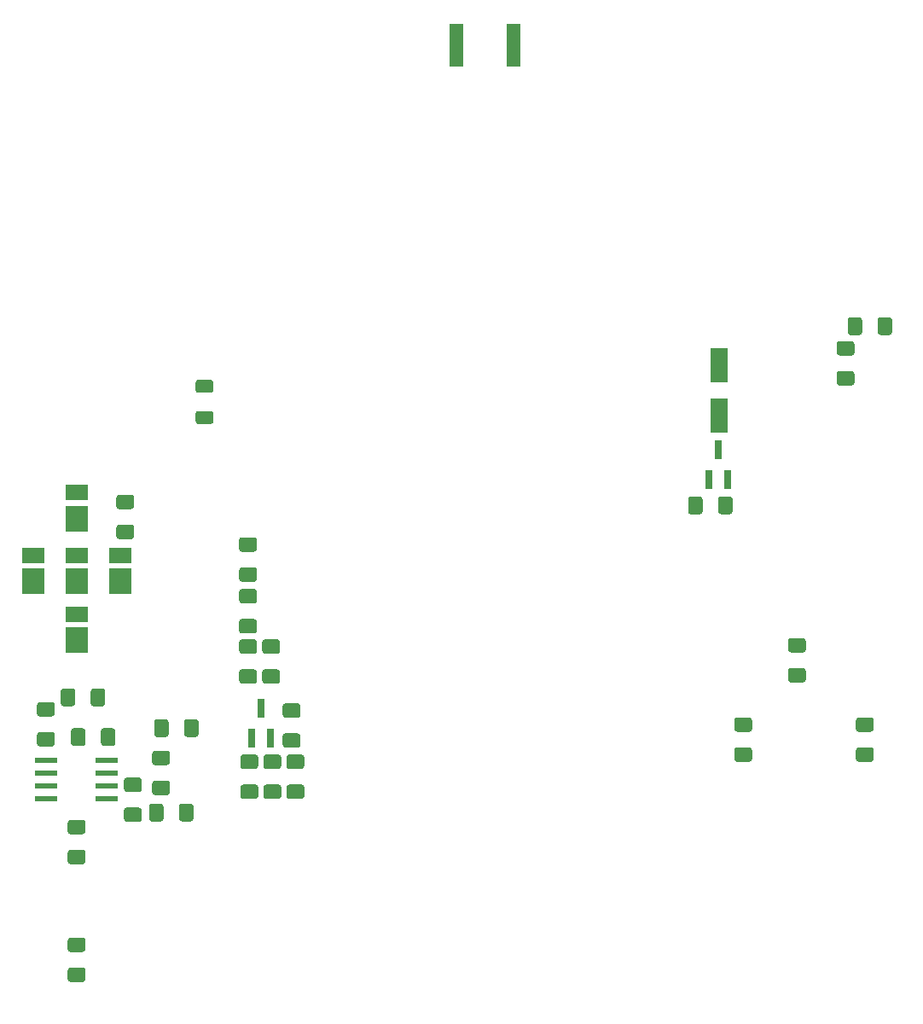
<source format=gbp>
G04 #@! TF.GenerationSoftware,KiCad,Pcbnew,(5.1.8)-1*
G04 #@! TF.CreationDate,2021-05-03T11:48:02+02:00*
G04 #@! TF.ProjectId,labAThome,6c616241-5468-46f6-9d65-2e6b69636164,rev?*
G04 #@! TF.SameCoordinates,Original*
G04 #@! TF.FileFunction,Paste,Bot*
G04 #@! TF.FilePolarity,Positive*
%FSLAX46Y46*%
G04 Gerber Fmt 4.6, Leading zero omitted, Abs format (unit mm)*
G04 Created by KiCad (PCBNEW (5.1.8)-1) date 2021-05-03 11:48:02*
%MOMM*%
%LPD*%
G01*
G04 APERTURE LIST*
%ADD10R,0.800000X1.900000*%
%ADD11R,2.200000X0.600000*%
%ADD12R,2.200000X1.550000*%
%ADD13R,2.200000X2.500000*%
%ADD14R,1.350000X4.200000*%
%ADD15R,1.800000X3.500000*%
G04 APERTURE END LIST*
G36*
G01*
X48120000Y-108214000D02*
X48120000Y-109464000D01*
G75*
G02*
X47870000Y-109714000I-250000J0D01*
G01*
X46945000Y-109714000D01*
G75*
G02*
X46695000Y-109464000I0J250000D01*
G01*
X46695000Y-108214000D01*
G75*
G02*
X46945000Y-107964000I250000J0D01*
G01*
X47870000Y-107964000D01*
G75*
G02*
X48120000Y-108214000I0J-250000D01*
G01*
G37*
G36*
G01*
X51095000Y-108214000D02*
X51095000Y-109464000D01*
G75*
G02*
X50845000Y-109714000I-250000J0D01*
G01*
X49920000Y-109714000D01*
G75*
G02*
X49670000Y-109464000I0J250000D01*
G01*
X49670000Y-108214000D01*
G75*
G02*
X49920000Y-107964000I250000J0D01*
G01*
X50845000Y-107964000D01*
G75*
G02*
X51095000Y-108214000I0J-250000D01*
G01*
G37*
G36*
G01*
X51571999Y-68998000D02*
X52822001Y-68998000D01*
G75*
G02*
X53072000Y-69247999I0J-249999D01*
G01*
X53072000Y-70048001D01*
G75*
G02*
X52822001Y-70298000I-249999J0D01*
G01*
X51571999Y-70298000D01*
G75*
G02*
X51322000Y-70048001I0J249999D01*
G01*
X51322000Y-69247999D01*
G75*
G02*
X51571999Y-68998000I249999J0D01*
G01*
G37*
G36*
G01*
X51571999Y-65898000D02*
X52822001Y-65898000D01*
G75*
G02*
X53072000Y-66147999I0J-249999D01*
G01*
X53072000Y-66948001D01*
G75*
G02*
X52822001Y-67198000I-249999J0D01*
G01*
X51571999Y-67198000D01*
G75*
G02*
X51322000Y-66948001I0J249999D01*
G01*
X51322000Y-66147999D01*
G75*
G02*
X51571999Y-65898000I249999J0D01*
G01*
G37*
D10*
X58735000Y-101449000D03*
X56835000Y-101449000D03*
X57785000Y-98449000D03*
G36*
G01*
X39357000Y-96784000D02*
X39357000Y-98034000D01*
G75*
G02*
X39107000Y-98284000I-250000J0D01*
G01*
X38182000Y-98284000D01*
G75*
G02*
X37932000Y-98034000I0J250000D01*
G01*
X37932000Y-96784000D01*
G75*
G02*
X38182000Y-96534000I250000J0D01*
G01*
X39107000Y-96534000D01*
G75*
G02*
X39357000Y-96784000I0J-250000D01*
G01*
G37*
G36*
G01*
X42332000Y-96784000D02*
X42332000Y-98034000D01*
G75*
G02*
X42082000Y-98284000I-250000J0D01*
G01*
X41157000Y-98284000D01*
G75*
G02*
X40907000Y-98034000I0J250000D01*
G01*
X40907000Y-96784000D01*
G75*
G02*
X41157000Y-96534000I250000J0D01*
G01*
X42082000Y-96534000D01*
G75*
G02*
X42332000Y-96784000I0J-250000D01*
G01*
G37*
G36*
G01*
X110373000Y-94501000D02*
X111623000Y-94501000D01*
G75*
G02*
X111873000Y-94751000I0J-250000D01*
G01*
X111873000Y-95676000D01*
G75*
G02*
X111623000Y-95926000I-250000J0D01*
G01*
X110373000Y-95926000D01*
G75*
G02*
X110123000Y-95676000I0J250000D01*
G01*
X110123000Y-94751000D01*
G75*
G02*
X110373000Y-94501000I250000J0D01*
G01*
G37*
G36*
G01*
X110373000Y-91526000D02*
X111623000Y-91526000D01*
G75*
G02*
X111873000Y-91776000I0J-250000D01*
G01*
X111873000Y-92701000D01*
G75*
G02*
X111623000Y-92951000I-250000J0D01*
G01*
X110373000Y-92951000D01*
G75*
G02*
X110123000Y-92701000I0J250000D01*
G01*
X110123000Y-91776000D01*
G75*
G02*
X110373000Y-91526000I250000J0D01*
G01*
G37*
G36*
G01*
X40122000Y-110985000D02*
X38872000Y-110985000D01*
G75*
G02*
X38622000Y-110735000I0J250000D01*
G01*
X38622000Y-109810000D01*
G75*
G02*
X38872000Y-109560000I250000J0D01*
G01*
X40122000Y-109560000D01*
G75*
G02*
X40372000Y-109810000I0J-250000D01*
G01*
X40372000Y-110735000D01*
G75*
G02*
X40122000Y-110985000I-250000J0D01*
G01*
G37*
G36*
G01*
X40122000Y-113960000D02*
X38872000Y-113960000D01*
G75*
G02*
X38622000Y-113710000I0J250000D01*
G01*
X38622000Y-112785000D01*
G75*
G02*
X38872000Y-112535000I250000J0D01*
G01*
X40122000Y-112535000D01*
G75*
G02*
X40372000Y-112785000I0J-250000D01*
G01*
X40372000Y-113710000D01*
G75*
G02*
X40122000Y-113960000I-250000J0D01*
G01*
G37*
G36*
G01*
X44460000Y-108344000D02*
X45710000Y-108344000D01*
G75*
G02*
X45960000Y-108594000I0J-250000D01*
G01*
X45960000Y-109519000D01*
G75*
G02*
X45710000Y-109769000I-250000J0D01*
G01*
X44460000Y-109769000D01*
G75*
G02*
X44210000Y-109519000I0J250000D01*
G01*
X44210000Y-108594000D01*
G75*
G02*
X44460000Y-108344000I250000J0D01*
G01*
G37*
G36*
G01*
X44460000Y-105369000D02*
X45710000Y-105369000D01*
G75*
G02*
X45960000Y-105619000I0J-250000D01*
G01*
X45960000Y-106544000D01*
G75*
G02*
X45710000Y-106794000I-250000J0D01*
G01*
X44460000Y-106794000D01*
G75*
G02*
X44210000Y-106544000I0J250000D01*
G01*
X44210000Y-105619000D01*
G75*
G02*
X44460000Y-105369000I250000J0D01*
G01*
G37*
G36*
G01*
X43698000Y-80277000D02*
X44948000Y-80277000D01*
G75*
G02*
X45198000Y-80527000I0J-250000D01*
G01*
X45198000Y-81452000D01*
G75*
G02*
X44948000Y-81702000I-250000J0D01*
G01*
X43698000Y-81702000D01*
G75*
G02*
X43448000Y-81452000I0J250000D01*
G01*
X43448000Y-80527000D01*
G75*
G02*
X43698000Y-80277000I250000J0D01*
G01*
G37*
G36*
G01*
X43698000Y-77302000D02*
X44948000Y-77302000D01*
G75*
G02*
X45198000Y-77552000I0J-250000D01*
G01*
X45198000Y-78477000D01*
G75*
G02*
X44948000Y-78727000I-250000J0D01*
G01*
X43698000Y-78727000D01*
G75*
G02*
X43448000Y-78477000I0J250000D01*
G01*
X43448000Y-77552000D01*
G75*
G02*
X43698000Y-77302000I250000J0D01*
G01*
G37*
D11*
X36449000Y-103632000D03*
X36449000Y-104902000D03*
X36449000Y-106172000D03*
X36449000Y-107442000D03*
X42449000Y-107442000D03*
X42449000Y-106172000D03*
X42449000Y-104902000D03*
X42449000Y-103632000D03*
G36*
G01*
X59553000Y-104508000D02*
X58303000Y-104508000D01*
G75*
G02*
X58053000Y-104258000I0J250000D01*
G01*
X58053000Y-103333000D01*
G75*
G02*
X58303000Y-103083000I250000J0D01*
G01*
X59553000Y-103083000D01*
G75*
G02*
X59803000Y-103333000I0J-250000D01*
G01*
X59803000Y-104258000D01*
G75*
G02*
X59553000Y-104508000I-250000J0D01*
G01*
G37*
G36*
G01*
X59553000Y-107483000D02*
X58303000Y-107483000D01*
G75*
G02*
X58053000Y-107233000I0J250000D01*
G01*
X58053000Y-106308000D01*
G75*
G02*
X58303000Y-106058000I250000J0D01*
G01*
X59553000Y-106058000D01*
G75*
G02*
X59803000Y-106308000I0J-250000D01*
G01*
X59803000Y-107233000D01*
G75*
G02*
X59553000Y-107483000I-250000J0D01*
G01*
G37*
G36*
G01*
X61839000Y-104508000D02*
X60589000Y-104508000D01*
G75*
G02*
X60339000Y-104258000I0J250000D01*
G01*
X60339000Y-103333000D01*
G75*
G02*
X60589000Y-103083000I250000J0D01*
G01*
X61839000Y-103083000D01*
G75*
G02*
X62089000Y-103333000I0J-250000D01*
G01*
X62089000Y-104258000D01*
G75*
G02*
X61839000Y-104508000I-250000J0D01*
G01*
G37*
G36*
G01*
X61839000Y-107483000D02*
X60589000Y-107483000D01*
G75*
G02*
X60339000Y-107233000I0J250000D01*
G01*
X60339000Y-106308000D01*
G75*
G02*
X60589000Y-106058000I250000J0D01*
G01*
X61839000Y-106058000D01*
G75*
G02*
X62089000Y-106308000I0J-250000D01*
G01*
X62089000Y-107233000D01*
G75*
G02*
X61839000Y-107483000I-250000J0D01*
G01*
G37*
G36*
G01*
X48504000Y-104127000D02*
X47254000Y-104127000D01*
G75*
G02*
X47004000Y-103877000I0J250000D01*
G01*
X47004000Y-102952000D01*
G75*
G02*
X47254000Y-102702000I250000J0D01*
G01*
X48504000Y-102702000D01*
G75*
G02*
X48754000Y-102952000I0J-250000D01*
G01*
X48754000Y-103877000D01*
G75*
G02*
X48504000Y-104127000I-250000J0D01*
G01*
G37*
G36*
G01*
X48504000Y-107102000D02*
X47254000Y-107102000D01*
G75*
G02*
X47004000Y-106852000I0J250000D01*
G01*
X47004000Y-105927000D01*
G75*
G02*
X47254000Y-105677000I250000J0D01*
G01*
X48504000Y-105677000D01*
G75*
G02*
X48754000Y-105927000I0J-250000D01*
G01*
X48754000Y-106852000D01*
G75*
G02*
X48504000Y-107102000I-250000J0D01*
G01*
G37*
D12*
X39497000Y-89153000D03*
D13*
X39497000Y-91728000D03*
D12*
X35179000Y-83312000D03*
D13*
X35179000Y-85887000D03*
D12*
X39497000Y-83312000D03*
D13*
X39497000Y-85887000D03*
D12*
X43815000Y-83312000D03*
D13*
X43815000Y-85887000D03*
D12*
X39497000Y-77089000D03*
D13*
X39497000Y-79664000D03*
G36*
G01*
X37074000Y-99301000D02*
X35824000Y-99301000D01*
G75*
G02*
X35574000Y-99051000I0J250000D01*
G01*
X35574000Y-98126000D01*
G75*
G02*
X35824000Y-97876000I250000J0D01*
G01*
X37074000Y-97876000D01*
G75*
G02*
X37324000Y-98126000I0J-250000D01*
G01*
X37324000Y-99051000D01*
G75*
G02*
X37074000Y-99301000I-250000J0D01*
G01*
G37*
G36*
G01*
X37074000Y-102276000D02*
X35824000Y-102276000D01*
G75*
G02*
X35574000Y-102026000I0J250000D01*
G01*
X35574000Y-101101000D01*
G75*
G02*
X35824000Y-100851000I250000J0D01*
G01*
X37074000Y-100851000D01*
G75*
G02*
X37324000Y-101101000I0J-250000D01*
G01*
X37324000Y-102026000D01*
G75*
G02*
X37074000Y-102276000I-250000J0D01*
G01*
G37*
G36*
G01*
X40373000Y-100721000D02*
X40373000Y-101971000D01*
G75*
G02*
X40123000Y-102221000I-250000J0D01*
G01*
X39198000Y-102221000D01*
G75*
G02*
X38948000Y-101971000I0J250000D01*
G01*
X38948000Y-100721000D01*
G75*
G02*
X39198000Y-100471000I250000J0D01*
G01*
X40123000Y-100471000D01*
G75*
G02*
X40373000Y-100721000I0J-250000D01*
G01*
G37*
G36*
G01*
X43348000Y-100721000D02*
X43348000Y-101971000D01*
G75*
G02*
X43098000Y-102221000I-250000J0D01*
G01*
X42173000Y-102221000D01*
G75*
G02*
X41923000Y-101971000I0J250000D01*
G01*
X41923000Y-100721000D01*
G75*
G02*
X42173000Y-100471000I250000J0D01*
G01*
X43098000Y-100471000D01*
G75*
G02*
X43348000Y-100721000I0J-250000D01*
G01*
G37*
D14*
X77175000Y-32700000D03*
X82825000Y-32700000D03*
G36*
G01*
X58176000Y-94628000D02*
X59426000Y-94628000D01*
G75*
G02*
X59676000Y-94878000I0J-250000D01*
G01*
X59676000Y-95803000D01*
G75*
G02*
X59426000Y-96053000I-250000J0D01*
G01*
X58176000Y-96053000D01*
G75*
G02*
X57926000Y-95803000I0J250000D01*
G01*
X57926000Y-94878000D01*
G75*
G02*
X58176000Y-94628000I250000J0D01*
G01*
G37*
G36*
G01*
X58176000Y-91653000D02*
X59426000Y-91653000D01*
G75*
G02*
X59676000Y-91903000I0J-250000D01*
G01*
X59676000Y-92828000D01*
G75*
G02*
X59426000Y-93078000I-250000J0D01*
G01*
X58176000Y-93078000D01*
G75*
G02*
X57926000Y-92828000I0J250000D01*
G01*
X57926000Y-91903000D01*
G75*
G02*
X58176000Y-91653000I250000J0D01*
G01*
G37*
G36*
G01*
X61458000Y-99428000D02*
X60208000Y-99428000D01*
G75*
G02*
X59958000Y-99178000I0J250000D01*
G01*
X59958000Y-98253000D01*
G75*
G02*
X60208000Y-98003000I250000J0D01*
G01*
X61458000Y-98003000D01*
G75*
G02*
X61708000Y-98253000I0J-250000D01*
G01*
X61708000Y-99178000D01*
G75*
G02*
X61458000Y-99428000I-250000J0D01*
G01*
G37*
G36*
G01*
X61458000Y-102403000D02*
X60208000Y-102403000D01*
G75*
G02*
X59958000Y-102153000I0J250000D01*
G01*
X59958000Y-101228000D01*
G75*
G02*
X60208000Y-100978000I250000J0D01*
G01*
X61458000Y-100978000D01*
G75*
G02*
X61708000Y-101228000I0J-250000D01*
G01*
X61708000Y-102153000D01*
G75*
G02*
X61458000Y-102403000I-250000J0D01*
G01*
G37*
D10*
X103185000Y-72819000D03*
X102235000Y-75819000D03*
X104135000Y-75819000D03*
D15*
X103251000Y-69429000D03*
X103251000Y-64429000D03*
G36*
G01*
X116449000Y-63487000D02*
X115199000Y-63487000D01*
G75*
G02*
X114949000Y-63237000I0J250000D01*
G01*
X114949000Y-62312000D01*
G75*
G02*
X115199000Y-62062000I250000J0D01*
G01*
X116449000Y-62062000D01*
G75*
G02*
X116699000Y-62312000I0J-250000D01*
G01*
X116699000Y-63237000D01*
G75*
G02*
X116449000Y-63487000I-250000J0D01*
G01*
G37*
G36*
G01*
X116449000Y-66462000D02*
X115199000Y-66462000D01*
G75*
G02*
X114949000Y-66212000I0J250000D01*
G01*
X114949000Y-65287000D01*
G75*
G02*
X115199000Y-65037000I250000J0D01*
G01*
X116449000Y-65037000D01*
G75*
G02*
X116699000Y-65287000I0J-250000D01*
G01*
X116699000Y-66212000D01*
G75*
G02*
X116449000Y-66462000I-250000J0D01*
G01*
G37*
G36*
G01*
X119012000Y-61204000D02*
X119012000Y-59954000D01*
G75*
G02*
X119262000Y-59704000I250000J0D01*
G01*
X120187000Y-59704000D01*
G75*
G02*
X120437000Y-59954000I0J-250000D01*
G01*
X120437000Y-61204000D01*
G75*
G02*
X120187000Y-61454000I-250000J0D01*
G01*
X119262000Y-61454000D01*
G75*
G02*
X119012000Y-61204000I0J250000D01*
G01*
G37*
G36*
G01*
X116037000Y-61204000D02*
X116037000Y-59954000D01*
G75*
G02*
X116287000Y-59704000I250000J0D01*
G01*
X117212000Y-59704000D01*
G75*
G02*
X117462000Y-59954000I0J-250000D01*
G01*
X117462000Y-61204000D01*
G75*
G02*
X117212000Y-61454000I-250000J0D01*
G01*
X116287000Y-61454000D01*
G75*
G02*
X116037000Y-61204000I0J250000D01*
G01*
G37*
G36*
G01*
X40122000Y-122669000D02*
X38872000Y-122669000D01*
G75*
G02*
X38622000Y-122419000I0J250000D01*
G01*
X38622000Y-121494000D01*
G75*
G02*
X38872000Y-121244000I250000J0D01*
G01*
X40122000Y-121244000D01*
G75*
G02*
X40372000Y-121494000I0J-250000D01*
G01*
X40372000Y-122419000D01*
G75*
G02*
X40122000Y-122669000I-250000J0D01*
G01*
G37*
G36*
G01*
X40122000Y-125644000D02*
X38872000Y-125644000D01*
G75*
G02*
X38622000Y-125394000I0J250000D01*
G01*
X38622000Y-124469000D01*
G75*
G02*
X38872000Y-124219000I250000J0D01*
G01*
X40122000Y-124219000D01*
G75*
G02*
X40372000Y-124469000I0J-250000D01*
G01*
X40372000Y-125394000D01*
G75*
G02*
X40122000Y-125644000I-250000J0D01*
G01*
G37*
G36*
G01*
X57267000Y-104508000D02*
X56017000Y-104508000D01*
G75*
G02*
X55767000Y-104258000I0J250000D01*
G01*
X55767000Y-103333000D01*
G75*
G02*
X56017000Y-103083000I250000J0D01*
G01*
X57267000Y-103083000D01*
G75*
G02*
X57517000Y-103333000I0J-250000D01*
G01*
X57517000Y-104258000D01*
G75*
G02*
X57267000Y-104508000I-250000J0D01*
G01*
G37*
G36*
G01*
X57267000Y-107483000D02*
X56017000Y-107483000D01*
G75*
G02*
X55767000Y-107233000I0J250000D01*
G01*
X55767000Y-106308000D01*
G75*
G02*
X56017000Y-106058000I250000J0D01*
G01*
X57267000Y-106058000D01*
G75*
G02*
X57517000Y-106308000I0J-250000D01*
G01*
X57517000Y-107233000D01*
G75*
G02*
X57267000Y-107483000I-250000J0D01*
G01*
G37*
G36*
G01*
X106289000Y-100825000D02*
X105039000Y-100825000D01*
G75*
G02*
X104789000Y-100575000I0J250000D01*
G01*
X104789000Y-99650000D01*
G75*
G02*
X105039000Y-99400000I250000J0D01*
G01*
X106289000Y-99400000D01*
G75*
G02*
X106539000Y-99650000I0J-250000D01*
G01*
X106539000Y-100575000D01*
G75*
G02*
X106289000Y-100825000I-250000J0D01*
G01*
G37*
G36*
G01*
X106289000Y-103800000D02*
X105039000Y-103800000D01*
G75*
G02*
X104789000Y-103550000I0J250000D01*
G01*
X104789000Y-102625000D01*
G75*
G02*
X105039000Y-102375000I250000J0D01*
G01*
X106289000Y-102375000D01*
G75*
G02*
X106539000Y-102625000I0J-250000D01*
G01*
X106539000Y-103550000D01*
G75*
G02*
X106289000Y-103800000I-250000J0D01*
G01*
G37*
G36*
G01*
X118354000Y-100825000D02*
X117104000Y-100825000D01*
G75*
G02*
X116854000Y-100575000I0J250000D01*
G01*
X116854000Y-99650000D01*
G75*
G02*
X117104000Y-99400000I250000J0D01*
G01*
X118354000Y-99400000D01*
G75*
G02*
X118604000Y-99650000I0J-250000D01*
G01*
X118604000Y-100575000D01*
G75*
G02*
X118354000Y-100825000I-250000J0D01*
G01*
G37*
G36*
G01*
X118354000Y-103800000D02*
X117104000Y-103800000D01*
G75*
G02*
X116854000Y-103550000I0J250000D01*
G01*
X116854000Y-102625000D01*
G75*
G02*
X117104000Y-102375000I250000J0D01*
G01*
X118354000Y-102375000D01*
G75*
G02*
X118604000Y-102625000I0J-250000D01*
G01*
X118604000Y-103550000D01*
G75*
G02*
X118354000Y-103800000I-250000J0D01*
G01*
G37*
G36*
G01*
X103173500Y-78984000D02*
X103173500Y-77734000D01*
G75*
G02*
X103423500Y-77484000I250000J0D01*
G01*
X104348500Y-77484000D01*
G75*
G02*
X104598500Y-77734000I0J-250000D01*
G01*
X104598500Y-78984000D01*
G75*
G02*
X104348500Y-79234000I-250000J0D01*
G01*
X103423500Y-79234000D01*
G75*
G02*
X103173500Y-78984000I0J250000D01*
G01*
G37*
G36*
G01*
X100198500Y-78984000D02*
X100198500Y-77734000D01*
G75*
G02*
X100448500Y-77484000I250000J0D01*
G01*
X101373500Y-77484000D01*
G75*
G02*
X101623500Y-77734000I0J-250000D01*
G01*
X101623500Y-78984000D01*
G75*
G02*
X101373500Y-79234000I-250000J0D01*
G01*
X100448500Y-79234000D01*
G75*
G02*
X100198500Y-78984000I0J250000D01*
G01*
G37*
G36*
G01*
X57140000Y-88088500D02*
X55890000Y-88088500D01*
G75*
G02*
X55640000Y-87838500I0J250000D01*
G01*
X55640000Y-86913500D01*
G75*
G02*
X55890000Y-86663500I250000J0D01*
G01*
X57140000Y-86663500D01*
G75*
G02*
X57390000Y-86913500I0J-250000D01*
G01*
X57390000Y-87838500D01*
G75*
G02*
X57140000Y-88088500I-250000J0D01*
G01*
G37*
G36*
G01*
X57140000Y-91063500D02*
X55890000Y-91063500D01*
G75*
G02*
X55640000Y-90813500I0J250000D01*
G01*
X55640000Y-89888500D01*
G75*
G02*
X55890000Y-89638500I250000J0D01*
G01*
X57140000Y-89638500D01*
G75*
G02*
X57390000Y-89888500I0J-250000D01*
G01*
X57390000Y-90813500D01*
G75*
G02*
X57140000Y-91063500I-250000J0D01*
G01*
G37*
G36*
G01*
X48628000Y-99832000D02*
X48628000Y-101082000D01*
G75*
G02*
X48378000Y-101332000I-250000J0D01*
G01*
X47453000Y-101332000D01*
G75*
G02*
X47203000Y-101082000I0J250000D01*
G01*
X47203000Y-99832000D01*
G75*
G02*
X47453000Y-99582000I250000J0D01*
G01*
X48378000Y-99582000D01*
G75*
G02*
X48628000Y-99832000I0J-250000D01*
G01*
G37*
G36*
G01*
X51603000Y-99832000D02*
X51603000Y-101082000D01*
G75*
G02*
X51353000Y-101332000I-250000J0D01*
G01*
X50428000Y-101332000D01*
G75*
G02*
X50178000Y-101082000I0J250000D01*
G01*
X50178000Y-99832000D01*
G75*
G02*
X50428000Y-99582000I250000J0D01*
G01*
X51353000Y-99582000D01*
G75*
G02*
X51603000Y-99832000I0J-250000D01*
G01*
G37*
G36*
G01*
X55890000Y-94628000D02*
X57140000Y-94628000D01*
G75*
G02*
X57390000Y-94878000I0J-250000D01*
G01*
X57390000Y-95803000D01*
G75*
G02*
X57140000Y-96053000I-250000J0D01*
G01*
X55890000Y-96053000D01*
G75*
G02*
X55640000Y-95803000I0J250000D01*
G01*
X55640000Y-94878000D01*
G75*
G02*
X55890000Y-94628000I250000J0D01*
G01*
G37*
G36*
G01*
X55890000Y-91653000D02*
X57140000Y-91653000D01*
G75*
G02*
X57390000Y-91903000I0J-250000D01*
G01*
X57390000Y-92828000D01*
G75*
G02*
X57140000Y-93078000I-250000J0D01*
G01*
X55890000Y-93078000D01*
G75*
G02*
X55640000Y-92828000I0J250000D01*
G01*
X55640000Y-91903000D01*
G75*
G02*
X55890000Y-91653000I250000J0D01*
G01*
G37*
G36*
G01*
X57140000Y-82954500D02*
X55890000Y-82954500D01*
G75*
G02*
X55640000Y-82704500I0J250000D01*
G01*
X55640000Y-81779500D01*
G75*
G02*
X55890000Y-81529500I250000J0D01*
G01*
X57140000Y-81529500D01*
G75*
G02*
X57390000Y-81779500I0J-250000D01*
G01*
X57390000Y-82704500D01*
G75*
G02*
X57140000Y-82954500I-250000J0D01*
G01*
G37*
G36*
G01*
X57140000Y-85929500D02*
X55890000Y-85929500D01*
G75*
G02*
X55640000Y-85679500I0J250000D01*
G01*
X55640000Y-84754500D01*
G75*
G02*
X55890000Y-84504500I250000J0D01*
G01*
X57140000Y-84504500D01*
G75*
G02*
X57390000Y-84754500I0J-250000D01*
G01*
X57390000Y-85679500D01*
G75*
G02*
X57140000Y-85929500I-250000J0D01*
G01*
G37*
M02*

</source>
